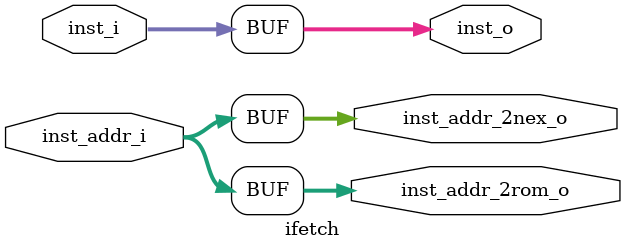
<source format=v>
module ifetch(
	input wire[31:0]  inst_addr_i,//from pc
	input wire[31:0]  inst_i, //from rom
	output wire[31:0] inst_addr_2rom_o, //to rom
	output wire[31:0] inst_addr_2nex_o, //along pipeline
	output wire[31:0] inst_o //to if_id
);
	assign inst_addr_2rom_o = inst_addr_i;
	assign inst_addr_2nex_o = inst_addr_i;
	assign inst_o = inst_i;
endmodule
</source>
